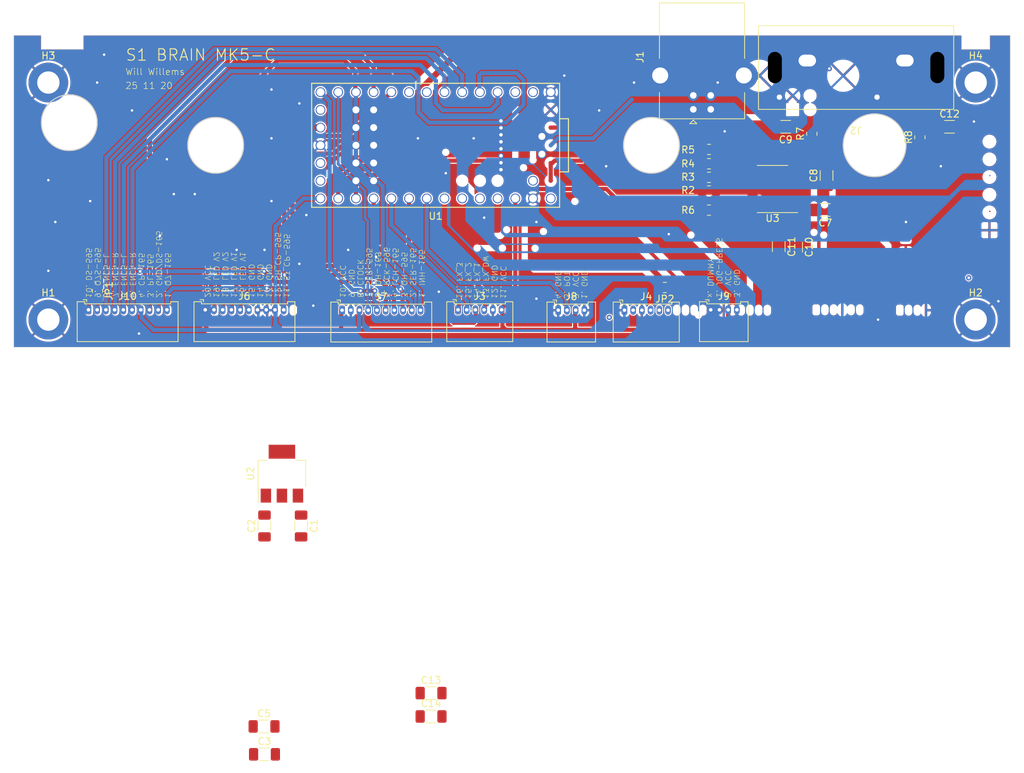
<source format=kicad_pcb>
(kicad_pcb (version 20221018) (generator pcbnew)
  (layers (0 "F.Cu" signal) (31 "B.Cu" signal) (34 "B.Paste" user) (35 "F.Paste" user) (36 "B.SilkS" user "B.Silkscreen") (37 "F.SilkS" user "F.Silkscreen") (38 "B.Mask" user) (39 "F.Mask" user) (44 "Edge.Cuts" user))
  (net 0 "")
  (net 1 "/JOG-PRESS-IR")
  (net 2 "GND")
  (net 3 "VDDA")
  (net 4 "/PCM5102/LDO")
  (net 5 "Net-(U3-CAPP)")
  (net 6 "+3.3V")
  (net 7 "Net-(U3-CAPM)")
  (net 8 "Net-(U3-VNEG)")
  (net 9 "/CLOCK")
  (net 10 "/PCM5102/AUDIO_OUT_R")
  (net 11 "/PCM5102/AUDIO_OUT_L")
  (net 12 "unconnected-(J1-VBUS-Pad1)")
  (net 13 "unconnected-(J1-D--Pad2)")
  (net 14 "unconnected-(J1-D+-Pad3)")
  (net 16 "Net-(J4-Pin_5)")
  (net 17 "/JOG-MOVE2")
  (net 18 "/JOG-MOVE1")
  (net 19 "/POT1")
  (net 20 "/POT2")
  (net 21 "/POT3")
  (net 22 "/POT4")
  (net 23 "/POT_VAL")
  (net 24 "/CE-595-165")
  (net 25 "/165-BRIDGE")
  (net 26 "/595-BRIDGE")
  (net 27 "/165-LATCH")
  (net 28 "/ENCL2")
  (net 29 "/ENCL1")
  (net 30 "/ENCR2")
  (net 31 "/ENCR1")
  (net 32 "/595-OUT-MAIN")
  (net 35 "/PCM5102/AUDIO_LRCLK")
  (net 36 "+5V")
  (net 37 "Net-(U3-LRCK)")
  (net 38 "/PCM5102/AUDIO_TX")
  (net 39 "Net-(U3-DIN)")
  (net 40 "/PCM5102/AUDIO_BCLK")
  (net 41 "Net-(U3-BCK)")
  (net 42 "/PCM5102/AUDIO_MCLK")
  (net 43 "Net-(U3-SCK)")
  (net 44 "Net-(U3-FMT)")
  (net 45 "Net-(U3-OUTR)")
  (net 46 "Net-(U3-OUTL)")
  (net 62 "/MOSI-EXT")
  (net 63 "/MOSI")
  (net 64 "/MISO-EXT")
  (net 65 "/MISO")
  (net 68 "/595-LATCH")
  (net 77 "unconnected-(U1-20_A6_TX5_LRCLK1-Pad27)")
  (net 79 "unconnected-(U1-22_A8_CTX1-Pad29)")
  (net 80 "unconnected-(U1-23_A9_CRX1_MCLK1-Pad30)")
  (footprint "Capacitor_SMD:C_1206_3216Metric_Pad1.33x1.80mm_HandSolder" (layer "F.Cu") (at 189.25 113 -90)
    (fp_text reference "C10")
    (fp_text value "100nF")
  )
  (footprint "Package_TO_SOT_SMD:SOT-223-3_TabPin2" (layer "F.Cu") (at 115.5 145.5 90)
    (fp_text reference "U2")
    (fp_text value "LD1117S33TR_SOT223")
  )
  (footprint "Resistor_SMD:R_0805_2012Metric_Pad1.20x1.40mm_HandSolder" (layer "F.Cu") (at 170.4181 118.8006 180)
    (fp_text reference "JP2")
    (fp_text value "Jumper_2_Bridged")
  )
  (footprint "Connector_Molex:Molex_PicoBlade_53048-0610_1x06_P1.25mm_Horizontal" (layer "F.Cu") (at 140.75 122)
    (fp_text reference "J3")
    (fp_text value "Conn_01x06")
  )
  (footprint "MountingHole:MountingHole_3.2mm_M3_ISO7380_Pad" (layer "F.Cu") (at 215.0011 89.4036)
    (fp_text reference "H4")
    (fp_text value "MountingHole_Pad")
  )
  (footprint "Connector_USB:USB_B_Lumberg_2411_02_Horizontal" (layer "F.Cu") (at 174.5 93.25 90)
    (fp_text reference "J1")
    (fp_text value "USB_B")
  )
  (footprint "Connector_Molex:Molex_PicoBlade_53048-1010_1x10_P1.25mm_Horizontal" (layer "F.Cu") (at 124.125 122.05)
    (fp_text reference "J7")
    (fp_text value "Conn_01x10")
  )
  (footprint "Capacitor_SMD:C_1206_3216Metric_Pad1.33x1.80mm_HandSolder" (layer "F.Cu") (at 136.89 176.97)
    (fp_text reference "C13")
    (fp_text value "100nF")
  )
  (footprint "Resistor_SMD:R_0805_2012Metric_Pad1.20x1.40mm_HandSolder" (layer "F.Cu") (at 176.75 107.7)
    (fp_text reference "R6")
    (fp_text value "0")
  )
  (footprint "Connector_Molex:Molex_PicoBlade_53048-0410_1x04_P1.25mm_Horizontal" (layer "F.Cu") (at 177 122)
    (fp_text reference "J9")
    (fp_text value "Conn_01x04")
  )
  (footprint "Connector_Molex:Molex_PicoBlade_53048-1010_1x10_P1.25mm_Horizontal" (layer "F.Cu") (at 87.75 122)
    (fp_text reference "J10")
    (fp_text value "Conn_01x10")
  )
  (footprint "MountingHole:MountingHole_3.2mm_M3_ISO7380_Pad" (layer "F.Cu") (at 215.0011 123.4036)
    (fp_text reference "H2")
    (fp_text value "MountingHole_Pad")
  )
  (footprint "Resistor_SMD:R_0805_2012Metric_Pad1.20x1.40mm_HandSolder" (layer "F.Cu") (at 176.75 99)
    (fp_text reference "R5")
    (fp_text value "22")
  )
  (footprint "Package_SO:TSSOP-20_4.4x6.5mm_P0.65mm" (layer "F.Cu") (at 185.8625 104.675 180)
    (fp_text reference "U3")
    (fp_text value "PCM5102")
  )
  (footprint "Connector_Molex:Molex_PicoBlade_53048-1010_1x10_P1.25mm_Horizontal" (layer "F.Cu") (at 104.5 122)
    (fp_text reference "J6")
    (fp_text value "Conn_01x10")
  )
  (footprint "Capacitor_SMD:C_1206_3216Metric_Pad1.33x1.80mm_HandSolder" (layer "F.Cu") (at 136.89 180.32)
    (fp_text reference "C14")
    (fp_text value "10uF")
  )
  (footprint "Resistor_SMD:R_0805_2012Metric_Pad1.20x1.40mm_HandSolder" (layer "F.Cu") (at 89.0491 119.2886 -90)
    (fp_text reference "JP1")
    (fp_text value "Jumper_2_Bridged")
  )
  (footprint "Teensy:Teensy40_SMT" (layer "F.Cu") (at 137.544568 98.402939 180)
    (fp_text reference "U1")
    (fp_text value "Teensy4.0")
  )
  (footprint "Capacitor_SMD:C_1206_3216Metric_Pad1.33x1.80mm_HandSolder" (layer "F.Cu") (at 193.425 107.675 180)
    (fp_text reference "C7")
    (fp_text value "2.2uF")
  )
  (footprint "MountingHole:MountingHole_3.2mm_M3_ISO7380_Pad" (layer "F.Cu") (at 82.0011 89.4036)
    (fp_text reference "H3")
    (fp_text value "MountingHole_Pad")
  )
  (footprint "Resistor_SMD:R_0805_2012Metric_Pad1.20x1.40mm_HandSolder" (layer "F.Cu") (at 176.75 101.05)
    (fp_text reference "R4")
    (fp_text value "22")
  )
  (footprint "Capacitor_SMD:C_1206_3216Metric_Pad1.33x1.80mm_HandSolder" (layer "F.Cu") (at 211.25 95.75)
    (fp_text reference "C12")
    (fp_text value "2.2nF")
  )
  (footprint "Resistor_SMD:R_0805_2012Metric_Pad1.20x1.40mm_HandSolder" (layer "F.Cu") (at 176.75 104.95)
    (fp_text reference "R2")
    (fp_text value "22")
  )
  (footprint "Capacitor_SMD:C_1206_3216Metric_Pad1.33x1.80mm_HandSolder" (layer "F.Cu") (at 187.75 95.75 180)
    (fp_text reference "C9")
    (fp_text value "2.2nF")
  )
  (footprint "Connector_Molex:Molex_PicoBlade_53048-0610_1x06_P1.25mm_Horizontal" (layer "F.Cu") (at 164.625 122.05)
    (fp_text reference "J4")
    (fp_text value "Conn_01x06")
  )
  (footprint "Capacitor_SMD:C_1206_3216Metric_Pad1.33x1.80mm_HandSolder" (layer "F.Cu") (at 112.9375 181.75)
    (fp_text reference "C5")
    (fp_text value "10uF")
  )
  (footprint "Resistor_SMD:R_0805_2012Metric_Pad1.20x1.40mm_HandSolder" (layer "F.Cu") (at 191.5 96.75 90)
    (fp_text reference "R7")
    (fp_text value "470")
  )
  (footprint "Audio:RCA_double" (layer "F.Cu") (at 197.85 86.25 180)
    (fp_text reference "J2")
    (fp_text value "Conn_Coaxial_x2_Isolated")
  )
  (footprint "Resistor_SMD:R_0805_2012Metric_Pad1.20x1.40mm_HandSolder" (layer "F.Cu") (at 176.75 103)
    (fp_text reference "R3")
    (fp_text value "22")
  )
  (footprint "Capacitor_SMD:C_1206_3216Metric_Pad1.33x1.80mm_HandSolder" (layer "F.Cu") (at 186.75 112.9375 -90)
    (fp_text reference "C11")
    (fp_text value "10uF")
  )
  (footprint "Capacitor_SMD:C_1206_3216Metric_Pad1.33x1.80mm_HandSolder" (layer "F.Cu") (at 113 185.75)
    (fp_text reference "C3")
    (fp_text value "100nF")
  )
  (footprint "Capacitor_SMD:C_1206_3216Metric_Pad1.33x1.80mm_HandSolder" (layer "F.Cu") (at 118.25 153 -90)
    (fp_text reference "C1")
    (fp_text value "100nF")
  )
  (footprint "Resistor_SMD:R_0805_2012Metric_Pad1.20x1.40mm_HandSolder" (layer "F.Cu") (at 207 97.25 90)
    (fp_text reference "R8")
    (fp_text value "470")
  )
  (footprint "Connector_Molex:Molex_PicoBlade_53048-0410_1x04_P1.25mm_Horizontal" (layer "F.Cu") (at 155.125 122.05)
    (fp_text reference "J8")
    (fp_text value "Conn_01x04")
  )
  (footprint "MountingHole:MountingHole_3.2mm_M3_ISO7380_Pad" (layer "F.Cu") (at 82.0011 123.4036)
    (fp_text reference "H1")
    (fp_text value "MountingHole_Pad")
  )
  (footprint "Capacitor_SMD:C_1206_3216Metric_Pad1.33x1.80mm_HandSolder" (layer "F.Cu") (at 113 153 90)
    (fp_text reference "C2")
    (fp_text value "10uF")
  )
  (footprint "Capacitor_SMD:C_1206_3216Metric_Pad1.33x1.80mm_HandSolder" (layer "F.Cu") (at 193.6125 102.7375 90)
    (fp_text reference "C8")
    (fp_text value "2.2uF")
  )
  (gr_line (start 77.0011 82.6036) (end 77.0011 127.4036) (stroke (width 0.05)) (layer "Edge.Cuts"))
  (gr_circle (center 168.5011 98.4036) (end 172.5011 98.4036) (stroke (width 0.1524)) (fill none) (layer "Edge.Cuts"))
  (gr_line (start 81.0011 84.6036) (end 87.0011 84.6036) (stroke (width 0.05)) (layer "Edge.Cuts"))
  (gr_circle (center 106.0011 98.4036) (end 110.0011 98.4036) (stroke (width 0.1524)) (fill none) (layer "Edge.Cuts"))
  (gr_line (start 77.0011 127.4036) (end 220.0011 127.4036) (stroke (width 0.05)) (layer "Edge.Cuts"))
  (gr_line (start 217.0011 82.6036) (end 220.0011 82.6036) (stroke (width 0.05)) (layer "Edge.Cuts"))
  (gr_circle (center 85.0011 95.1536) (end 89.0011 95.1536) (stroke (width 0.1524)) (fill none) (layer "Edge.Cuts"))
  (gr_line (start 213.0011 82.6036) (end 213.0011 84.6036) (stroke (width 0.05)) (layer "Edge.Cuts"))
  (gr_line (start 81.0011 82.6036) (end 81.0011 84.6036) (stroke (width 0.05)) (layer "Edge.Cuts"))
  (gr_line (start 213.0011 84.6036) (end 217.0011 84.6036) (stroke (width 0.05)) (layer "Edge.Cuts"))
  (gr_line (start 87.0011 84.6036) (end 87.0011 82.6036) (stroke (width 0.05)) (layer "Edge.Cuts"))
  (gr_line (start 220.0011 127.4036) (end 220.0011 82.6036) (stroke (width 0.05)) (layer "Edge.Cuts"))
  (gr_line (start 81.0011 82.6036) (end 77.0011 82.6036) (stroke (width 0.05)) (layer "Edge.Cuts"))
  (gr_line (start 87.0011 82.6036) (end 213.0011 82.6036) (stroke (width 0.05)) (layer "Edge.Cuts"))
  (gr_line (start 217.0011 84.6036) (end 217.0011 82.6036) (stroke (width 0.05)) (layer "Edge.Cuts"))
  (gr_circle (center 200.5011 98.4036) (end 205.0011 98.4036) (stroke (width 0.1524)) (fill none) (layer "Edge.Cuts"))
  (gr_text "Will Willems" (at 93.0011 88.4036) (layer "F.SilkS") (effects (font (size 0.93472 0.93472) (thickness 0.08128)) (justify left bottom)))
  (gr_text "1. INH-165\n2. SER-165\n3. QH-595\n4. LCH-165\n5. RCK-595\n6. QH-165 \n7. SER-595\n8. CLOCK\n9. GND\n10. VCC" (at 123.7631 120.2926 -90) (layer "F.SilkS") (effects (font (size 0.782 0.782) (thickness 0.068)) (justify left bottom mirror)))
  (gr_text "S1 BRAIN MK5-C" (at 93.0011 86.4036) (layer "F.SilkS") (effects (font (size 1.63576 1.63576) (thickness 0.14224)) (justify left bottom)))
  (gr_text "1. Q7-165\n2. GND/DS-165\n3. PL-165\n4. CP-165\n5. ENC4-R\n6. ENC5-L\n7. ENC4-R\n8. ENC5-L\n9. Q7S-595\n10. DS-595" (at 87.3361 120.3306 -90) (layer "F.SilkS") (effects (font (size 0.782 0.782) (thickness 0.068)) (justify left bottom mirror)))
  (gr_text "25 11 20" (at 93.0011 90.4036) (layer "F.SilkS") (effects (font (size 0.93472 0.93472) (thickness 0.08128)) (justify left bottom)))
  (gr_text "11. VCC\n12. GND\n13. FX_DW\n14. FX_1\n15. FX_2\n16. FX_3" (at 140.4891 120.4306 -90) (layer "F.SilkS") (effects (font (size 0.782 0.782) (thickness 0.068)) (justify left bottom mirror)))
  (gr_text "3. GND\n2. VCC\n1. JOG-PRESS\nx. DUMMY" (at 176.5 120.3036 -90) (layer "F.SilkS") (effects (font (size 0.782 0.782) (thickness 0.068)) (justify left bottom mirror)))
  (gr_text "1. GND\n2. VCC\n3. POT\n4. GND" (at 154.6371 120.4656 -90) (layer "F.SilkS") (effects (font (size 0.782 0.782) (thickness 0.068)) (justify left bottom mirror)))
  (gr_text "11. ST_CP-595\n12. SH_CP-595\n13. GND\n14. GND\n15. GND\n16. LED V1\n17. LED V1\n18. LED V2\n19. LED V2\n20. VCC" (at 104.3821 120.2926 -90) (layer "F.SilkS") (effects (font (size 0.782 0.782) (thickness 0.068)) (justify left bottom mirror)))
  (via (at 214.0011 117.4036) (size 0.7564) (drill 0.35) (layers "F.Cu" "B.Cu") (net 0))
  (segment (start 123.570981 101.075482) (end 123.9501 101.4546) (width 0.4) (layer "B.Cu") (net 0))
  (segment (start 127.806181 122.153669) (end 127.806181 109.247682) (width 0.4) (layer "B.Cu") (net 0))
  (segment (start 127.72809 122.23176) (end 127.8011 122.304769) (width 0.6) (layer "B.Cu") (net 0))
  (segment (start 127.4201 108.8616) (end 127.4201 104.9246) (width 0.4) (layer "B.Cu") (net 0))
  (segment (start 123.5711 90.7836) (end 123.5711 101.0756) (width 0.4064) (layer "B.Cu") (net 0))
  (segment (start 127.9027 122.222) (end 127.8061 122.1536) (width 0.1524) (layer "B.Cu") (net 0))
  (segment (start 127.9027 122.0696) (end 127.8061 122.1536) (width 0.1524) (layer "B.Cu") (net 0))
  (segment (start 127.4201 108.8616) (end 127.806181 109.247682) (width 0.4) (layer "B.Cu") (net 0))
  (segment (start 127.9027 122.222) (end 127.806181 122.153669) (width 0.1524) (layer "B.Cu") (net 0))
  (segment (start 123.9501 101.4546) (end 127.4201 104.9246) (width 0.4) (layer "B.Cu") (net 0))
  (segment (start 127.9027 122.0696) (end 127.8011 122.304769) (width 0.1524) (layer "B.Cu") (net 0))
  (segment (start 123.5711 101.0756) (end 123.9501 101.4546) (width 0.4064) (layer "B.Cu") (net 0))
  (segment (start 126.4041 100.6066) (end 146.7241 100.6066) (width 0.6) (layer "F.Cu") (net 1))
  (segment (start 162.029659 104.67266) (end 163.2976 105.9406) (width 0.6) (layer "F.Cu") (net 1))
  (segment (start 123.6355 105.9152) (end 123.5711 106.0236) (width 0.1524) (layer "F.Cu") (net 1))
  (segment (start 150.790159 104.67266) (end 162.029659 104.67266) (width 0.6) (layer "F.Cu") (net 1))
  (segment (start 123.570981 103.439719) (end 126.4041 100.6066) (width 0.6) (layer "F.Cu") (net 1))
  (segment (start 123.570981 105.9152) (end 123.570981 103.439719) (width 0.6) (layer "F.Cu") (net 1))
  (segment (start 123.570981 106.02366) (end 123.570981 105.9152) (width 0.6) (layer "F.Cu") (net 1))
  (segment (start 123.6355 105.9152) (end 123.570981 105.9152) (width 0.1524) (layer "F.Cu") (net 1))
  (segment (start 146.7241 100.6066) (end 150.790159 104.67266) (width 0.6) (layer "F.Cu") (net 1))
  (segment (start 128.152181 118.102682) (end 128.660181 118.102682) (width 0.6) (layer "F.Cu") (net 2))
  (segment (start 89.3201 116.4816) (end 95.1621 116.4816) (width 0.6) (layer "F.Cu") (net 2))
  (segment (start 132.806168 122.153669) (end 132.806168 122.0696) (width 0.6) (layer "F.Cu") (net 2))
  (segment (start 128.0455 117.996) (end 128.152181 118.102682) (width 0.6) (layer "F.Cu") (net 2))
  (segment (start 128.660181 118.102682) (end 128.6901 118.1326) (width 0.6) (layer "F.Cu") (net 2))
  (segment (start 89.0011 118.7326) (end 89.0011 118.0706) (width 0.6096) (layer "F.Cu") (net 2))
  (segment (start 132.7795 122.0696) (end 132.8061 122.1536) (width 0.1524) (layer "F.Cu") (net 2))
  (segment (start 89.0011 118.0706) (end 89.0661 118.0056) (width 0.6096) (layer "F.Cu") (net 2))
  (segment (start 87.815909 117.985791) (end 87.815909 122.153547) (width 0.6096) (layer "F.Cu") (net 2))
  (segment (start 132.5001 119.063919) (end 132.806168 119.369991) (width 0.6) (layer "F.Cu") (net 2))
  (segment (start 87.8161 122.1536) (end 87.816031 122.153669) (width 0.1524) (layer "F.Cu") (net 2))
  (segment (start 132.5001 119.063919) (end 132.5001 119.0216) (width 0.6) (layer "F.Cu") (net 2))
  (segment (start 89.3201 116.4816) (end 87.815909 117.985791) (width 0.6) (layer "F.Cu") (net 2))
  (segment (start 132.806168 122.0696) (end 132.806168 119.369991) (width 0.6) (layer "F.Cu") (net 2))
  (segment (start 87.815909 122.153547) (end 87.816031 122.153669) (width 0.6096) (layer "F.Cu") (net 2))
  (segment (start 89.0491 118.7806) (end 89.0011 118.7326) (width 0.6096) (layer "F.Cu") (net 2))
  (segment (start 114.4565 117.996) (end 128.0455 117.996) (width 0.6) (layer "F.Cu") (net 2))
  (segment (start 87.816031 122.153669) (end 87.815909 122.153669) (width 0.1524) (layer "F.Cu") (net 2))
  (segment (start 112.9421 116.4816) (end 114.4565 117.996) (width 0.6) (layer "F.Cu") (net 2))
  (segment (start 132.7795 122.0696) (end 132.806168 122.0696) (width 0.1524) (layer "F.Cu") (net 2))
  (via (at 114.0011 97.4036) (size 0.7564) (drill 0.35) (layers "F.Cu" "B.Cu") (net 2))
  (via (at 113.0011 113.4036) (size 0.7564) (drill 0.35) (layers "F.Cu" "B.Cu") (net 2))
  (via (at 88.0011 106.4036) (size 0.7564) (drill 0.35) (layers "F.Cu" "B.Cu") (net 2))
  (via (at 82.0011 103.4036) (size 0.7564) (drill 0.35) (layers "F.Cu" "B.Cu") (net 2))
  (via (at 162.0011 101.4036) (size 0.7564) (drill 0.35) (layers "F.Cu" "B.Cu") (net 2))
  (via (at 120.0011 121.4036) (size 0.7564) (drill 0.35) (layers "F.Cu" "B.Cu") (net 2))
  (via (at 114.0011 90.4036) (size 0.7564) (drill 0.35) (layers "F.Cu" "B.Cu") (net 2))
  (via (at 118.0011 92.4036) (size 0.7564) (drill 0.35) (layers "F.Cu" "B.Cu") (net 2))
  (via (at 170.9811 111.1476) (size 0.7564) (drill 0.35) (layers "F.Cu" "B.Cu") (net 2))
  (via (at 143.0011 97.4036) (size 0.7564) (drill 0.35) (layers "F.Cu" "B.Cu") (net 2))
  (via (at 214.75 95) (size 0.7564) (drill 0.35) (layers "F.Cu" "B.Cu") (net 2))
  (via (at 129.0011 114.4036) (size 0.7564) (drill 0.35) (layers "F.Cu" "B.Cu") (net 2))
  (via (at 132.5001 119.0216) (size 0.7564) (drill 0.35) (layers "F.Cu" "B.Cu") (net 2))
  (via (at 114.0011 106.4036) (size 0.7564) (drill 0.35) (layers "F.Cu" "B.Cu") (net 2))
  (via (at 152.0011 120.4036) (size 0.7564) (drill 0.35) (layers "F.Cu" "B.Cu") (net 2))
  (via (at 118.0011 115.4036) (size 0.7564) (drill 0.35) (layers "F.Cu" "B.Cu") (net 2))
  (via (at 135.0011 97.4036) (size 0.7564) (drill 0.35) (layers "F.Cu" "B.Cu") (net 2))
  (via (at 166.0011 89.4036) (size 0.7564) (drill 0.35) (layers "F.Cu" "B.Cu") (net 2))
  (via (at 156.0011 88.4036) (size 0.7564) (drill 0.35) (layers "F.Cu" "B.Cu") (net 2))
  (via (at 161.0011 93.4036) (size 0.7564) (drill 0.35) (layers "F.Cu" "B.Cu") (net 2))
  (via (at 179.0011 96.4036) (size 0.7564) (drill 0.35) (layers "F.Cu" "B.Cu") (net 2))
  (via (at 98.0011 111.4036) (size 0.7564) (drill 0.35) (layers "F.Cu" "B.Cu") (net 2))
  (via (at 90.0011 85.4036) (size 0.7564) (drill 0.35) (layers "F.Cu" "B.Cu") (net 2))
  (via (at 112.9421 116.4816) (size 0.7564) (drill 0.35) (layers "F.Cu" "B.Cu") (net 2))
  (via (at 194.0011 87.4036) (size 0.7564) (drill 0.35) (layers "F.Cu" "B.Cu") (net 2))
  (via (at 100.0011 105.4036) (size 0.7564) (drill 0.35) (layers "F.Cu" "B.Cu") (net 2))
  (via (at 138.0011 119.4036) (size 0.7564) (drill 0.35) (layers "F.Cu" "B.Cu") (net 2))
  (via (at 201.0011 123.4036) (size 0.7564) (drill 0.35) (layers "F.Cu" "B.Cu") (net 2))
  (via (at 144.5091 108.7846) (size 0.7564) (drill 0.35) (layers "F.Cu" "B.Cu") (net 2))
  (via (at 109.0011 113.4036) (size 0.7564) (drill 0.35) (layers "F.Cu" "B.Cu") (net 2))
  (via (at 210.0011 101.4036) (size 0.7564) (drill 0.35) (layers "F.Cu" "B.Cu") (net 2))
  (via (at 119.0011 108.4036) (size 0.7564) (drill 0.35) (layers "F.Cu" "B.Cu") (net 2))
  (via (at 205.0011 109.4036) (size 0.7564) (drill 0.35) (layers "F.Cu" "B.Cu") (net 2))
  (via (at 95.0011 125.4036) (size 0.7564) (drill 0.35) (layers "F.Cu" "B.Cu") (net 2))
  (via (at 152.0011 109.4036) (size 0.7564) (drill 0.35) (layers "F.Cu" "B.Cu") (net 2))
  (via (at 83.0011 109.4036) (size 0.7564) (drill 0.35) (layers "F.Cu" "B.Cu") (net 2))
  (via (at 95.1621 116.4816) (size 0.7564) (drill 0.35) (layers "F.Cu" "B.Cu") (net 2))
  (via (at 128.6901 118.1326) (size 0.7564) (drill 0.35) (layers "F.Cu" "B.Cu") (net 2))
  (via (at 99.0011 100.4036) (size 0.7564) (drill 0.35) (layers "F.Cu" "B.Cu") (net 2))
  (via (at 125.0011 113.4036) (size 0.7564) (drill 0.35) (layers "F.Cu" "B.Cu") (net 2))
  (via (at 82.0011 116.4036) (size 0.7564) (drill 0.35) (layers "F.Cu" "B.Cu") (net 2))
  (via (at 94.0011 93.4036) (size 0.7564) (drill 0.35) (layers "F.Cu" "B.Cu") (net 2))
  (via (at 89.0011 89.4036) (size 0.7564) (drill 0.35) (layers "F.Cu" "B.Cu") (net 2))
  (via (at 178.0011 89.4036) (size 0.7564) (drill 0.35) (layers "F.Cu" "B.Cu") (net 2))
  (via (at 103.0011 105.4036) (size 0.7564) (drill 0.35) (layers "F.Cu" "B.Cu") (net 2))
  (via (at 139.0011 102.4036) (size 0.7564) (drill 0.35) (layers "F.Cu" "B.Cu") (net 2))
  (via (at 218.2551 120.7686) (size 0.7564) (drill 0.35) (layers "F.Cu" "B.Cu") (net 2))
  (segment (start 131.6111 118.1326) (end 132.5001 119.0216) (width 0.6) (layer "B.Cu") (net 2))
  (segment (start 128.6901 118.1326) (end 131.6111 118.1326) (width 0.6) (layer "B.Cu") (net 2))
  (segment (start 95.1621 116.4816) (end 112.9421 116.4816) (width 0.6) (layer "B.Cu") (net 2))
  (segment (start 217.0567 102.7148) (end 217.0011 102.7836) (width 0.1524) (layer "B.Cu") (net 2))
  (segment (start 108.3261 122.1536) (end 108.3261 121.05771) (width 0.6096) (layer "F.Cu") (net 6))
  (segment (start 147.1051 122.0696) (end 147.1261 122.1536) (width 0.1524) (layer "F.Cu") (net 6))
  (segment (start 148.970981 119.80481) (end 148.970981 106.0676) (width 0.6) (layer "F.Cu") (net 6))
  (segment (start 124.056118 122.153669) (end 124.134209 122.23176) (width 0.6) (layer "F.Cu") (net 6))
  (segment (start 147.6131 124.8636) (end 157.7731 124.8636) (width 0.6) (layer "F.Cu") (net 6))
  (segment (start 126.110981 105.9152) (end 126.110981 103.312719) (width 0.6) (layer "F.Cu") (net 6))
  (segment (start 105.8261 121.02876) (end 106.451259 120.4036) (width 0.6096) (layer "F.Cu") (net 6))
  (segment (start 106.450109 116.378732) (end 106.450109 108.749591) (width 1) (layer "F.Cu") (net 6))
  (segment (start 104.5761 124.512132) (end 104.5761 122.4036) (width 0.6) (layer "F.Cu") (net 6))
  (segment (start 144.626309 122.0696) (end 144.626309 119.46381) (width 0.6) (layer "F.Cu") (net 6))
  (segment (start 123.9911 124.8636) (end 123.9911 122.222) (width 0.6) (layer "F.Cu") (net 6))
  (segment (start 147.126181 122.0696) (end 147.126181 121.64961) (width 0.6) (layer "F.Cu") (net 6))
  (segment (start 123.9911 122.222) (end 123.9911 122.2187) (width 0.6) (layer "F.Cu") (net 6))
  (segment (start 104.5761 116.84806) (end 104.927568 116.496591) (width 0.6) (layer "F.Cu") (net 6))
  (segment (start 137.586981 112.424482) (end 144.626309 119.46381) (width 0.6) (layer "F.Cu") (net 6))
  (segment (start 107.0761 122.1536) (end 107.0761 121.028441) (width 0.6096) (layer "F.Cu") (net 6))
  (segment (start 104.927568 124.8636) (end 123.9911 124.8636) (width 0.6) (layer "F.Cu") (net 6))
  (segment (start 135.5481 102.6386) (end 137.586981 104.677482) (width 0.6) (layer "F.Cu") (net 6))
  (segment (start 107.0761 121.028441) (end 106.451259 120.4036) (width 0.6096) (layer "F.Cu") (net 6))
  (segment (start 179.5 123.8636) (end 179.5 122) (width 0.6) (layer "F.Cu") (net 6))
  (segment (start 157.7731 124.8636) (end 170.0011 124.8636) (width 0.6) (layer "F.Cu") (net 6))
  (segment (start 157.6207 122.0696) (end 157.5561 122.1536) (width 0.1524) (layer "F.Cu") (net 6))
  (segment (start 124.0927 122.222) (end 124.0561 122.1536) (width 0.1524) (layer "F.Cu") (net 6))
  (segment (start 126.110981 106.02366) (end 126.110981 105.9152) (width 0.6) (layer "F.Cu") (net 6))
  (segment (start 157.556181 124.646682) (end 157.7731 124.8636) (width 0.6) (layer "F.Cu") (net 6))
  (segment (start 123.9911 122.2187) (end 124.056118 122.153669) (width 0.6) (layer "F.Cu") (net 6))
  (segment (start 149.0863 106.0676) (end 148.970981 106.0676) (width 0.1524) (layer "F.Cu") (net 6))
  (segment (start 137.586981 112.424482) (end 137.586981 104.677482) (width 0.6) (layer "F.Cu") (net 6))
  (segment (start 126.110981 103.312719) (end 126.7851 102.6386) (width 0.6) (layer "F.Cu") (net 6))
  (segment (start 144.6667 122.0696) (end 144.626309 122.0696) (width 0.1524) (layer "F.Cu") (net 6))
  (segment (start 217.0567 107.8964) (end 217.001068 107.863632) (width 0.1524) (layer "F.Cu") (net 6))
  (segment (start 123.9911 124.8636) (end 147.6131 124.8636) (width 0.6) (layer "F.Cu") (net 6))
  (segment (start 106.567968 116.378732) (end 106.451259 116.495441) (width 0.6096) (layer "F.Cu") (net 6))
  (segment (start 126.2263 105.9152) (end 126.110981 105.9152) (width 0.1524) (layer "F.Cu") (net 6))
  (segment (start 108.3261 121.05771) (end 108.980209 120.4036) (width 0.6096) (layer "F.Cu") (net 6))
  (segment (start 119.33604 95.86366) (end 121.030981 95.86366) (width 1) (layer "F.Cu") (net 6))
  (segment (start 106.450109 116.496591) (end 106.567968 116.378732) (width 0.6) (layer "F.Cu") (net 6))
  (segment (start 124.0927 122.222) (end 123.9911 122.222) (width 0.1524) (layer "F.Cu") (net 6))
  (segment (start 148.970981 106.0676) (end 148.970981 106.02366) (width 0.6) (layer "F.Cu") (net 6))
  (segment (start 105.8261 122.1536) (end 105.8261 121.02876) (width 0.6096) (layer "F.Cu") (net 6))
  (segment (start 104.5761 122.1536) (end 104.5761 122.4036) (width 0.1524) (layer "F.Cu") (net 6))
  (segment (start 109.5761 122.1536) (end 109.5761 120.999491) (width 0.6096) (layer "F.Cu") (net 6))
  (segment (start 109.0051 116.2784) (end 108.980209 116.378732) (width 0.1524) (layer "F.Cu") (net 6))
  (segment (start 121.0311 95.8636) (end 121.030981 95.86366) (width 0.1524) (layer "F.Cu") (net 6))
  (segment (start 109.5761 120.999491) (end 108.980209 120.4036) (width 0.6096) (layer "F.Cu") (net 6))
  (segment (start 106.567968 116.378732) (end 108.980209 116.378732) (width 0.6) (layer "F.Cu") (net 6))
  (segment (start 217.0567 107.8964) (end 217.0011 107.8636) (width 0.1524) (layer "F.Cu") (net 6))
  (segment (start 104.5761 124.512132) (end 104.927568 124.8636) (width 0.6) (layer "F.Cu") (net 6))
  (segment (start 147.126181 124.376682) (end 147.126181 122.0696) (width 0.6) (layer "F.Cu") (net 6))
  (segment (start 147.126181 124.376682) (end 147.6131 124.8636) (width 0.6) (layer "F.Cu") (net 6))
  (segment (start 157.556181 124.646682) (end 157.556181 122.153669) (width 0.6) (layer "F.Cu") (net 6))
  (segment (start 147.126181 121.64961) (end 148.970981 119.80481) (width 0.6) (layer "F.Cu") (net 6))
  (segment (start 106.5667 116.2784) (end 106.450109 116.496591) (width 0.1524) (layer "F.Cu") (net 6))
  (segment (start 108.980209 119.22251) (end 108.980209 120.4036) (width 0.6) (layer "F.Cu") (net 6))
  (segment (start 126.2263 105.9152) (end 126.1111 106.0236) (width 0.1524) (layer "F.Cu") (net 6))
  (segment (start 170.0011 124.8636) (end 178.5 124.8636) (width 0.6) (layer "F.Cu") (net 6))
  (segment (start 104.927568 116.496591) (end 106.450109 116.496591) (width 0.6) (layer "F.Cu") (net 6))
  (segment (start 104.5761 122.4036) (end 104.5761 116.84806) (width 0.6) (layer "F.Cu") (net 6))
  (segment (start 144.6667 122.0696) (end 144.6261 122.1536) (width 0.1524) (layer "F.Cu") (net 6))
  (segment (start 108.980209 116.378732) (end 108.980209 119.22251) (width 0.6096) (layer "F.Cu") (net 6))
  (segment (start 121.0447 95.8568) (end 121.0311 95.8636) (width 0.1524) (layer "F.Cu") (net 6))
  (segment (start 106.451259 116.495441) (end 106.451259 119.409591) (width 0.6096) (layer "F.Cu") (net 6))
  (segment (start 126.7851 102.6386) (end 135.5481 102.6386) (width 0.6) (layer "F.Cu") (net 6))
  (segment (start 178.5 124.8636) (end 179.5 123.8636) (width 0.6) (layer "F.Cu") (net 6))
  (segment (start 106.451259 119.409591) (end 106.451259 120.4036) (width 0.6) (layer "F.Cu") (net 6))
  (segment (start 106.450109 116.496591) (end 106.450109 116.378732) (width 0.6) (layer "F.Cu") (net 6))
  (segment (start 106.450109 108.749591) (end 119.33604 95.86366) (width 1) (layer "F.Cu") (net 6))
  (segment (start 149.0863 106.0676) (end 148.9711 106.0236) (width 0.1524) (layer "F.Cu") (net 6))
  (segment (start 147.1051 122.0696) (end 147.126181 122.0696) (width 0.1524) (layer "F.Cu") (net 6))
  (segment (start 144.626309 122.153669) (end 144.626309 122.0696) (width 0.6) (layer "F.Cu") (net 6))
  (segment (start 157.6207 122.0696) (end 157.556181 122.153669) (width 0.1524) (layer "F.Cu") (net 6))
  (via (at 162.4521 123.0836) (size 0.7564) (drill 0.35) (layers "F.Cu" "B.Cu") (net 6))
  (segment (start 114.576081 110.021619) (end 118.57404 106.02366) (width 0.6) (layer "B.Cu") (net 9))
  (segment (start 97.0831 124.8796) (end 95.316018 123.112519) (width 0.6096) (layer "B.Cu") (net 9))
  (segment (start 121.0311 106.0236) (end 121.03104 106.02366) (width 0.6096) (layer "B.Cu") (net 9))
  (segment (start 126.5561 122.1536) (end 126.55625 122.15375) (width 0.6096) (layer "B.Cu") (net 9))
  (segment (start 115.4771 124.8796) (end 114.0011 124.8796) (width 0.6096) (layer "B.Cu") (net 9))
  (segment (start 114.5761 123.9786) (end 114.5761 124.3046) (width 0.6096) (layer "B.Cu") (net 9))
  (segment (start 95.2891 122.0696) (end 95.316018 122.153669) (width 0.1524) (layer "B.Cu") (net 9))
  (segment (start 114.5761 124.3046) (end 114.0011 124.8796) (width 0.6096) (layer "B.Cu") (net 9))
  (segment (start 114.5761 110.021638) (end 114.576081 110.021619) (width 0.6096) (layer "B.Cu") (net 9))
  (segment (start 114.5761 123.9786) (end 115.4771 124.8796) (width 0.6096) (layer "B.Cu") (net 9))
  (segment (start 114.5761 122.1536) (end 114.5761 110.021638) (width 0.6096) (layer "B.Cu") (net 9))
  (segment (start 114.0011 124.8796) (end 97.0831 124.8796) (width 0.6096) (layer "B.Cu") (net 9))
  (segment (start 95.2891 122.0696) (end 95.3161 122.1536) (width 0.1524) (layer "B.Cu") (net 9))
  (segment (start 114.5761 122.1536) (end 114.5761 123.9786) (width 0.6096) (layer "B.Cu") (net 9))
  (segment (start 121.03104 106.02366) (end 118.57404 106.02366) (width 0.6096) (layer "B.Cu") (net 9))
  (segment (start 126.55625 124.8796) (end 115.4771 124.8796) (width 0.6096) (layer "B.Cu") (net 9))
  (segment (start 126.55625 122.15375) (end 126.55625 124.8796) (width 0.6096) (layer "B.Cu") (net 9))
  (segment (start 95.316018 123.112519) (end 95.316018 122.153669) (width 0.6) (layer "B.Cu") (net 9))
  (via (at 205.0011 86.4036) (size 0.7564) (drill 0.35) (layers "F.Cu" "B.Cu") (net 11))
  (segment (start 154.050981 101.0384) (end 154.050981 100.94366) (width 0.6) (layer "F.Cu") (net 12))
  (segment (start 154.1155 101.0384) (end 154.0511 100.9436) (width 0.1524) (layer "F.Cu") (net 12))
  (segment (start 158.5351 100.6066) (end 166.1551 92.9866) (width 0.6) (layer "F.Cu") (net 12))
  (segment (start 154.1155 103.4768) (end 154.050981 103.4768) (width 0.1524) (layer "F.Cu") (net 12))
  (segment (start 154.050981 100.94366) (end 154.287268 100.94366) (width 0.6) (layer "F.Cu") (net 12))
  (segment (start 154.050981 103.48366) (end 154.050981 103.4768) (width 0.6) (layer "F.Cu") (net 12))
  (segment (start 154.624331 100.6066) (end 158.5351 100.6066) (width 0.6) (layer "F.Cu") (net 12))
  (segment (start 154.050981 103.4768) (end 154.050981 101.0384) (width 0.6) (layer "F.Cu") (net 12))
  (segment (start 154.1155 101.0384) (end 154.050981 101.0384) (width 0.1524) (layer "F.Cu") (net 12))
  (segment (start 154.1155 103.4768) (end 154.0511 103.4836) (width 0.1524) (layer "F.Cu") (net 12))
  (segment (start 154.287268 100.94366) (end 154.624331 100.6066) (width 0.6) (layer "F.Cu") (net 12))
  (segment (start 160.11904 97.40366) (end 155.05104 97.40366) (width 0.6096) (layer "B.Cu") (net 13))
  (segment (start 154.0511 98.4036) (end 155.05104 97.40366) (width 0.6096) (layer "B.Cu") (net 13))
  (segment (start 165.673031 91.849669) (end 160.11904 97.40366) (width 0.6) (layer "B.Cu") (net 13))
  (segment (start 154.051159 95.86366) (end 154.0511 95.8636) (width 0.6096) (layer "F.Cu") (net 14))
  (segment (start 160.21399 95.86366) (end 164.224881 91.852769) (width 0.6) (layer "F.Cu") (net 14))
  (segment (start 164.224881 91.852769) (end 165.67405 90.4036) (width 0.6096) (layer "F.Cu") (net 14))
  (segment (start 160.21399 95.86366) (end 154.051159 95.86366) (width 0.6096) (layer "F.Cu") (net 14))
  (segment (start 133.730981 90.78366) (end 133.842871 90.671769) (width 0.6) (layer "F.Cu") (net 17))
  (segment (start 133.8463 90.6752) (end 133.842871 90.671769) (width 0.1524) (layer "F.Cu") (net 17))
  (segment (start 133.8463 90.6752) (end 133.7311 90.7836) (width 0.1524) (layer "F.Cu") (net 17))
  (segment (start 136.2847 90.6752) (end 136.2711 90.7836) (width 0.1524) (layer "F.Cu") (net 18))
  (segment (start 136.2847 90.6752) (end 136.332071 90.722569) (width 0.1524) (layer "F.Cu") (net 18))
  (segment (start 136.270981 90.78366) (end 136.332071 90.722569) (width 0.6) (layer "F.Cu") (net 18))
  (segment (start 143.29804 123.59066) (end 143.29804 122.23176) (width 0.6) (layer "F.Cu") (net 20))
  (segment (start 143.037768 123.850932) (end 143.29804 123.59066) (width 0.6) (layer "F.Cu") (net 20))
  (segment (start 128.650981 112.378482) (end 140.123431 123.850932) (width 0.6) (layer "F.Cu") (net 20))
  (segment (start 143.4475 122.0696) (end 143.3761 122.1536) (width 0.1524) (layer "F.Cu") (net 20))
  (segment (start 128.6647 106.0676) (end 128.6511 106.0236) (width 0.1524) (layer "F.Cu") (net 20))
  (segment (start 128.650981 106.02366) (end 128.6901 106.062769) (width 0.6) (layer "F.Cu") (net 20))
  (segment (start 143.4475 122.0696) (end 143.29804 122.23176) (width 0.1524) (layer "F.Cu") (net 20))
  (segment (start 140.123431 123.850932) (end 143.037768 123.850932) (width 0.6) (layer "F.Cu") (net 20))
  (segment (start 128.6647 106.0676) (end 128.650981 106.101891) (width 0.1524) (layer "F.Cu") (net 20))
  (segment (start 128.650981 106.101891) (end 128.6901 106.062769) (width 0.6) (layer "F.Cu") (net 20))
  (segment (start 128.650981 112.378482) (end 128.650981 106.101891) (width 0.6) (layer "F.Cu") (net 20))
  (segment (start 143.29804 122.23176) (end 143.376131 122.153669) (width 0.6) (layer "F.Cu") (net 20))
  (segment (start 131.190981 106.023719) (end 131.1911 106.0236) (width 0.6096) (layer "B.Cu") (net 21))
  (segment (start 131.190981 109.838482) (end 131.190981 106.023719) (width 0.6096) (layer "B.Cu") (net 21))
  (segment (start 142.0481 122.075582) (end 142.0481 122.0696) (width 0.6) (layer "B.Cu") (net 21))
  (segment (start 142.0481 122.0696) (end 142.0481 120.6956) (width 0.6) (layer "B.Cu") (net 21))
  (segment (start 142.2283 122.0696) (end 142.1261 122.1536) (width 0.1524) (layer "B.Cu") (net 21))
  (segment (start 142.2283 122.0696) (end 142.0481 122.0696) (width 0.1524) (layer "B.Cu") (net 21))
  (segment (start 142.0481 120.6956) (end 131.190981 109.838482) (width 0.6) (layer "B.Cu") (net 21))
  (segment (start 142.0481 122.075582) (end 142.12619 122.153669) (width 0.6) (layer "B.Cu") (net 21))
  (segment (start 133.730981 112.886482) (end 133.730981 106.0676) (width 0.6) (layer "F.Cu") (net 22))
  (segment (start 133.8463 106.0676) (end 133.730981 106.0676) (width 0.1524) (layer "F.Cu") (net 22))
  (segment (start 133.730981 112.886482) (end 140.876259 120.03176) (width 0.6) (layer "F.Cu") (net 22))
  (segment (start 140.876259 122.0696) (end 140.876259 120.03176) (width 0.6) (layer "F.Cu") (net 22))
  (segment (start 140.8567 122.0696) (end 140.8761 122.1536) (width 0.1524) (layer "F.Cu") (net 22))
  (segment (start 140.876259 122.153669) (end 140.876259 122.0696) (width 0.6) (layer "F.Cu") (net 22))
  (segment (start 133.730981 106.0676) (end 133.730981 106.02366) (width 0.6) (layer "F.Cu") (net 22))
  (segment (start 133.8463 106.0676) (end 133.7311 106.0236) (width 0.1524) (layer "F.Cu") (net 22))
  (segment (start 140.8567 122.0696) (end 140.876259 122.0696) (width 0.1524) (layer "F.Cu") (net 22))
  (segment (start 156.306 122.0696) (end 156.306 120.3485) (width 0.6) (layer "B.Cu") (net 23))
  (segment (start 154.0901 118.1326) (end 156.306 120.3485) (width 0.6) (layer "B.Cu") (net 23))
  (segment (start 136.270981 106.023719) (end 136.2711 106.0236) (width 0.6096) (layer "B.Cu") (net 23))
  (segment (start 136.270981 113.267482) (end 136.270981 106.023719) (width 0.6096) (layer "B.Cu") (net 23))
  (segment (start 141.1361 118.1326) (end 136.270981 113.267482) (width 0.6) (layer "B.Cu") (net 23))
  (segment (start 156.306 122.153669) (end 156.306 122.0696) (width 0.6) (layer "B.Cu") (net 23))
  (segment (start 141.1361 118.1326) (end 154.0901 118.1326) (width 0.6) (layer "B.Cu") (net 23))
  (segment (start 156.4015 122.0696) (end 156.3061 122.1536) (width 0.1524) (layer "B.Cu") (net 23))
  (segment (start 156.4015 122.0696) (end 156.306 122.0696) (width 0.1524) (layer "B.Cu") (net 23))
  (segment (start 97.8799 122.0696) (end 97.8161 122.1536) (width 0.1524) (layer "F.Cu") (net 24))
  (segment (start 131.1031 90.8276) (end 131.125071 90.849569) (width 0.1524) (layer "F.Cu") (net 24))
  (segment (start 115.826268 101.786432) (end 120.56004 97.05266) (width 0.6) (layer "F.Cu") (net 24))
  (segment (start 124.921981 97.05266) (end 131.125071 90.849569) (width 0.6) (layer "F.Cu") (net 24))
  (segment (start 131.125071 90.849569) (end 131.190981 90.78366) (width 0.6) (layer "F.Cu") (net 24))
  (segment (start 97.81589 122.153669) (end 97.81589 122.0696) (width 0.6) (layer "F.Cu") (net 24))
  (segment (start 126.0231 90.6752) (end 126.0231 87.7796) (width 0.6) (layer "F.Cu") (net 24))
  (segment (start 130.4935 120.8504) (end 130.38439 120.8504) (width 0.1524) (layer "F.Cu") (net 24))
  (segment (start 115.8631 116.9896) (end 128.8171 116.9896) (width 0.6) (layer "F.Cu") (net 24))
  (segment (start 130.3411 122.0696) (end 130.365734 122.094238) (width 0.1524) (layer "F.Cu") (net 24))
  (segment (start 111.7991 100.3526) (end 111.7991 89.3036) (width 0.6) (layer "F.Cu") (net 24))
  (segment (start 130.38439 120.8504) (end 130.38439 120.663219) (width 0.6) (layer "F.Cu") (net 24))
  (segment (start 120.56004 97.05266) (end 124.921981 97.05266) (width 0.6) (layer "F.Cu") (net 24))
  (segment (start 130.38439 122.075582) (end 130.38439 120.8504) (width 0.6) (layer "F.Cu") (net 24))
  (segment (start 130.4935 120.8504) (end 130.4113 120.63631) (width 0.1524) (layer "F.Cu") (net 24))
  (segment (start 97.81589 122.0696) (end 97.81589 114.33581) (width 0.6) (layer "F.Cu") (net 24))
  (segment (start 130.4097 119.6617) (end 130.4113 119.6633) (width 0.6) (layer "F.Cu") (net 24))
  (segment (start 124.4991 86.2556) (end 126.0231 87.7796) (width 0.6) (layer "F.Cu") (net 24))
  (segment (start 130.38439 120.663219) (end 130.410831 120.636782) (width 0.6) (layer "F.Cu") (net 24))
  (segment (start 115.826268 116.9896) (end 115.826268 101.786432) (width 0.6) (layer "F.Cu") (net 24))
  (segment (start 111.7991 89.3036) (end 114.8471 86.2556) (width 0.6) (layer "F.Cu") (net 24))
  (segment (start 130.3411 122.0696) (end 130.3061 122.1536) (width 0.1524) (layer "F.Cu") (net 24))
  (segment (start 131.1031 90.8276) (end 131.1911 90.7836) (width 0.1524) (layer "F.Cu") (net 24))
  (segment (start 115.826268 116.9896) (end 115.8631 116.9896) (width 0.6) (layer "F.Cu") (net 24))
  (segment (start 130.3063 122.153669) (end 130.365734 122.094238) (width 0.6) (layer "F.Cu") (net 24))
  (segment (start 126.0739 90.6752) (end 126.0231 90.6752) (width 0.1524) (layer "F.Cu") (net 24))
  (segment (start 128.8171 116.9896) (end 130.4097 118.5822) (width 0.6) (layer "F.Cu") (net 24))
  (segment (start 130.4113 120.63631) (end 130.4113 119.6633) (width 0.6) (layer "F.Cu") (net 24))
  (segment (start 126.0231 90.695769) (end 126.110981 90.78366) (width 0.6) (layer "F.Cu") (net 24))
  (segment (start 114.8471 86.2556) (end 124.4991 86.2556) (width 0.6) (layer "F.Cu") (net 24))
  (segment (start 130.4097 119.6617) (end 130.4097 118.5822) (width 0.6) (layer "F.Cu") (net 24))
  (segment (start 97.81589 114.33581) (end 111.7991 100.3526) (width 0.6) (layer "F.Cu") (net 24))
  (segment (start 97.8799 122.0696) (end 97.81589 122.0696) (width 0.1524) (layer "F.Cu") (net 24))
  (segment (start 126.0739 90.6752) (end 126.1111 90.7836) (width 0.1524) (layer "F.Cu") (net 24))
  (segment (start 126.0231 90.695769) (end 126.0231 90.6752) (width 0.6) (layer "F.Cu") (net 24))
  (segment (start 130.365734 122.094238) (end 130.38439 122.075582) (width 0.6) (layer "F.Cu") (net 24))
  (via (at 115.8631 116.9896) (size 0.7564) (drill 0.35) (layers "F.Cu" "B.Cu") (net 24))
  (segment (start 129.9601 113.9416) (end 129.9601 104.2896) (width 0.6) (layer "B.Cu") (net 24))
  (segment (start 115.826268 117.026432) (end 115.8631 116.9896) (width 0.6) (layer "B.Cu") (net 24))
  (segment (start 135.30629 122.0696) (end 135.30629 119.287791) (width 0.6) (layer "B.Cu") (net 24))
  (segment (start 135.3703 122.0696) (end 135.3061 122.1536) (width 0.1524) (layer "B.Cu") (net 24))
  (segment (start 135.3703 122.0696) (end 135.30629 122.0696) (width 0.1524) (layer "B.Cu") (net 24))
  (segment (start 115.826268 122.153669) (end 115.826268 122.0696) (width 0.6) (layer "B.Cu") (net 24))
  (segment (start 129.9601 113.9416) (end 135.30629 119.287791) (width 0.6) (layer "B.Cu") (net 24))
  (segment (start 126.1111 90.7836) (end 126.1111 100.440363) (width 0.6096) (layer "B.Cu") (net 24))
  (segment (start 115.8631 122.0696) (end 115.8261 122.1536) (width 0.1524) (layer "B.Cu") (net 24))
  (segment (start 126.110981 100.440482) (end 129.9601 104.2896) (width 0.6) (layer "B.Cu") (net 24))
  (segment (start 126.1111 100.440363) (end 126.110981 100.440482) (width 0.6096) (layer "B.Cu") (net 24))
  (segment (start 115.826268 122.0696) (end 115.826268 117.026432) (width 0.6) (layer "B.Cu") (net 24))
  (segment (start 115.8631 122.0696) (end 115.826268 122.0696) (width 0.1524) (layer "B.Cu") (net 24))
  (segment (start 135.30629 122.153669) (end 135.30629 122.0696) (width 0.6) (layer "B.Cu") (net 24))
  (segment (start 121.1971 118.8946) (end 122.5941 120.2916) (width 0.6) (layer "F.Cu") (net 25))
  (segment (start 113.3231 118.8946) (end 121.1971 118.8946) (width 0.6) (layer "F.Cu") (net 25))
  (segment (start 122.5941 120.2916) (end 129.5791 120.2916) (width 0.6) (layer "F.Cu") (net 25))
  (via (at 113.3231 118.8946) (size 0.7564) (drill 0.35) (layers "F.Cu" "B.Cu") (net 25))
  (via (at 129.5791 120.2916) (size 0.7564) (drill 0.35) (layers "F.Cu" "B.Cu") (net 25))
  (segment (start 133.994568 122.0696) (end 133.994568 120.643069) (width 0.6) (layer "B.Cu") (net 25))
  (segment (start 99.0991 122.0696) (end 99.0661 122.1536) (width 0.1524) (layer "B.Cu") (net 25))
  (segment (start 129.5791 120.2916) (end 133.6431 120.2916) (width 0.6) (layer "B.Cu") (net 25))
  (segment (start 133.6431 120.2916) (end 133.994568 120.643069) (width 0.6) (layer "B.Cu") (net 25))
  (segment (start 133.9987 122.0696) (end 133.994568 122.0696) (width 0.1524) (layer "B.Cu") (net 25))
  (segment (start 99.066081 122.0696) (end 99.066081 119.689619) (width 0.6) (layer "B.Cu") (net 25))
  (segment (start 99.066081 119.689619) (end 99.8611 118.8946) (width 0.6) (layer "B.Cu") (net 25))
  (segment (start 133.994568 122.092141) (end 134.0561 122.153669) (width 0.6) (layer "B.Cu") (net 25))
  (segment (start 99.0991 122.0696) (end 99.066081 122.0696) (width 0.1524) (layer "B.Cu") (net 25))
  (segment (start 133.994568 122.092141) (end 133.994568 122.0696) (width 0.6) (layer "B.Cu") (net 25))
  (segment (start 99.8611 118.8946) (end 113.3231 118.8946) (width 0.6) (layer "B.Cu") (net 25))
  (segment (start 133.9987 122.0696) (end 134.0561 122.1536) (width 0.1524) (layer "B.Cu") (net 25))
  (segment (start 99.066081 122.153669) (end 99.066081 122.0696) (width 0.6) (layer "B.Cu") (net 25))
  (segment (start 128.650981 90.6752) (end 128.650981 88.121482) (width 0.6) (layer "F.Cu") (net 27))
  (segment (start 96.6607 122.0696) (end 96.5661 122.1536) (width 0.1524) (layer "F.Cu") (net 27))
  (segment (start 119.54404 99.59266) (end 123.0011 99.59266) (width 0.6) (layer "F.Cu") (net 27))
  (segment (start 126.9217 85.5032) (end 128.650981 87.232482) (width 0.6) (layer "F.Cu") (net 27))
  (segment (start 117.0061 102.1306) (end 119.54404 99.59266) (width 0.6) (layer "F.Cu") (net 27))
  (segment (start 117.0061 112.4176) (end 120.3081 115.7196) (width 0.6) (layer "F.Cu") (net 27))
  (segment (start 131.5603 122.0696) (end 131.55624 122.0696) (width 0.1524) (layer "F.Cu") (net 27))
  (segment (start 120.3081 115.7196) (end 129.3251 115.7196) (width 0.6) (layer "F.Cu") (net 27))
  (segment (start 129.3251 115.7196) (end 131.55624 117.950741) (width 0.6) (layer "F.Cu") (net 27))
  (segment (start 130.809981 88.121482) (end 132.506981 89.818482) (width 0.6) (layer "F.Cu") (net 27))
  (segment (start 131.55624 122.153669) (end 131.55624 122.0696) (width 0.6) (layer "F.Cu") (net 27))
  (segment (start 124.307659 98.2861) (end 126.8836 98.2861) (width 0.6096) (layer "F.Cu") (net 27))
  (segment (start 128.650981 88.121482) (end 130.809981 88.121482) (width 0.6) (layer "F.Cu") (net 27))
  (segment (start 117.0061 112.4176) (end 117.0061 102.1306) (width 0.6) (layer "F.Cu") (net 27))
  (segment (start 96.565959 122.153669) (end 96.565959 122.0696) (width 0.6) (layer "F.Cu") (net 27))
  (segment (start 96.6607 122.0696) (end 96.565959 122.0696) (width 0.1524) (layer "F.Cu") (net 27))
  (segment (start 123.0011 99.59266) (end 124.307659 98.2861) (width 0.6096) (layer "F.Cu") (net 27))
  (segment (start 128.650981 90.78366) (end 128.650981 90.6752) (width 0.6) (layer "F.Cu") (net 27))
  (segment (start 128.6647 90.6752) (end 128.6511 90.7836) (width 0.1524) (layer "F.Cu") (net 27))
  (segment (start 131.55624 122.0696) (end 131.55624 117.950741) (width 0.6) (layer "F.Cu") (net 27))
  (segment (start 128.6647 90.6752) (end 128.650981 90.6752) (width 0.1524) (layer "F.Cu") (net 27))
  (segment (start 96.565959 122.0696) (end 96.565959 97.551741) (width 0.6) (layer "F.Cu") (net 27))
  (segment (start 128.650981 88.121482) (end 128.650981 87.232482) (width 0.6) (layer "F.Cu") (net 27))
  (segment (start 126.8836 98.2861) (end 132.506981 92.662719) (width 0.6) (layer "F.Cu") (net 27))
  (segment (start 96.565959 97.551741) (end 108.6145 85.5032) (width 0.6) (layer "F.Cu") (net 27))
  (segment (start 131.5603 122.0696) (end 131.5561 122.1536) (width 0.1524) (layer "F.Cu") (net 27))
  (segment (start 132.506981 92.662719) (end 132.506981 89.818482) (width 0.6) (layer "F.Cu") (net 27))
  (segment (start 108.6145 85.5032) (end 126.9217 85.5032) (width 0.6) (layer "F.Cu") (net 27))
  (segment (start 108.1161 87.7796) (end 134.1511 87.7796) (width 0.6) (layer "B.Cu") (net 28))
  (segment (start 94.06609 122.153591) (end 94.0661 122.1536) (width 0.6096) (layer "B.Cu") (net 28))
  (segment (start 144.154568 88.0336) (end 149.1371 88.0336) (width 0.6) (layer "B.Cu") (net 28))
  (segment (start 143.8031 88.385069) (end 143.8031 90.6956) (width 0.6096) (layer "B.Cu") (net 28))
  (segment (start 143.8031 90.6956) (end 143.8911 90.7836) (width 0.6096) (layer "B.Cu") (net 28))
  (segment (start 94.06609 101.82961) (end 108.1161 87.7796) (width 0.6) (layer "B.Cu") (net 28))
  (segment (start 147.6131 95.1456) (end 150.159981 92.598719) (width 0.6) (layer "B.Cu") (net 28))
  (segment (start 150.159981 92.598719) (end 150.159981 89.056482) (width 0.6) (layer "B.Cu") (net 28))
  (segment (start 94.06609 120.153669) (end 94.06609 122.153591) (width 0.6096) (layer "B.Cu") (net 28))
  (segment (start 136.576459 95.1456) (end 147.6131 95.1456) (width 0.6) (layer "B.Cu") (net 28))
  (segment (start 135.081981 93.651132) (end 136.576459 95.1456) (width 0.6) (layer "B.Cu") (net 28))
  (segment (start 149.1371 88.0336) (end 150.159981 89.056482) (width 0.6) (layer "B.Cu") (net 28))
  (segment (start 134.1511 87.7796) (end 135.081981 88.710482) (width 0.6) (layer "B.Cu") (net 28))
  (segment (start 135.081981 93.651132) (end 135.081981 88.710482) (width 0.6) (layer "B.Cu") (net 28))
  (segment (start 94.06609 101.82961) (end 94.06609 120.153669) (width 0.6) (layer "B.Cu") (net 28))
  (segment (start 144.154568 88.0336) (end 143.8031 88.385069) (width 0.6) (layer "B.Cu") (net 28))
  (segment (start 146.2096 92.6121) (end 146.4311 92.3906) (width 0.6096) (layer "B.Cu") (net 29))
  (segment (start 135.32615 86.8906) (end 137.586981 89.151432) (width 0.6) (layer "B.Cu") (net 29))
  (segment (start 92.8159 101.3018) (end 92.8159 120.153669) (width 0.6) (layer "B.Cu") (net 29))
  (segment (start 138.5961 93.3676) (end 145.4541 93.3676) (width 0.6) (layer "B.Cu") (net 29))
  (segment (start 137.586981 92.358482) (end 137.586981 89.151432) (width 0.6) (layer "B.Cu") (net 29))
  (segment (start 146.4311 92.3906) (end 146.4311 90.7836) (width 0.6096) (layer "B.Cu") (net 29))
  (segment (start 137.586981 92.358482) (end 138.5961 93.3676) (width 0.6) (layer "B.Cu") (net 29))
  (segment (start 92.8159 101.3018) (end 107.2271 86.8906) (width 0.6) (layer "B.Cu") (net 29))
  (segment (start 146.2096 92.6121) (end 146.40144 92.42026) (width 0.6) (layer "B.Cu") (net 29))
  (segment (start 107.2271 86.8906) (end 135.32615 86.8906) (width 0.6) (layer "B.Cu") (net 29))
  (segment (start 92.8159 122.1534) (end 92.8161 122.1536) (width 0.6096) (layer "B.Cu") (net 29))
  (segment (start 145.4541 93.3676) (end 146.2096 92.6121) (width 0.6) (layer "B.Cu") (net 29))
  (segment (start 92.8159 120.153669) (end 92.8159 122.1534) (width 0.6096) (layer "B.Cu") (net 29))
  (segment (start 91.565968 120.153669) (end 91.565968 122.153469) (width 0.6096) (layer "B.Cu") (net 30))
  (segment (start 106.4651 85.8746) (end 136.1831 85.8746) (width 0.6) (layer "B.Cu") (net 30))
  (segment (start 91.565968 122.153469) (end 91.5661 122.1536) (width 0.6096) (layer "B.Cu") (net 30))
  (segment (start 136.1831 85.8746) (end 138.810981 88.502482) (width 0.6) (layer "B.Cu") (net 30))
  (segment (start 91.565968 100.773732) (end 91.565968 120.153669) (width 0.6) (layer "B.Cu") (net 30))
  (segment (start 138.8111 88.5026) (end 138.8111 90.7836) (width 0.6096) (layer "B.Cu") (net 30))
  (segment (start 91.565968 100.773732) (end 106.4651 85.8746) (width 0.6) (layer "B.Cu") (net 30))
  (segment (start 138.810981 88.502482) (end 138.8111 88.5026) (width 0.6096) (layer "B.Cu") (net 30))
  (segment (start 137.5801 84.6046) (end 141.2631 88.2876) (width 0.6) (layer "B.Cu") (net 31))
  (segment (start 141.2631 88.2876) (end 141.3511 88.3756) (width 0.6096) (layer "B.Cu") (net 31))
  (segment (start 90.316031 100.118669) (end 90.316031 120.153669) (width 0.6) (layer "B.Cu") (net 31))
  (segment (start 90.316031 120.153669) (end 90.316031 122.153532) (width 0.6096) (layer "B.Cu") (net 31))
  (segment (start 105.8301 84.6046) (end 137.5801 84.6046) (width 0.6) (layer "B.Cu") (net 31))
  (segment (start 90.316031 100.118669) (end 105.8301 84.6046) (width 0.6) (layer "B.Cu") (net 31))
  (segment (start 90.316031 122.153532) (end 90.3161 122.1536) (width 0.6096) (layer "B.Cu") (net 31))
  (segment (start 141.3511 88.3756) (end 141.3511 90.7836) (width 0.6096) (layer "B.Cu") (net 31))
  (segment (start 89.0491 119.7966) (end 89.0491 122.1366) (width 0.6096) (layer "F.Cu") (net 32))
  (segment (start 89.0661 122.1536) (end 89.0491 122.1366) (width 0.6096) (layer "F.Cu") (net 32))
  (segment (start 89.0661 119.8136) (end 89.0491 119.7966) (width 0.1524) (layer "F.Cu") (net 32))
  (segment (start 151.5247 90.8276) (end 151.5111 90.7836) (width 0.1524) (layer "F.Cu") (net 62))
  (segment (start 151.510981 90.78366) (end 151.59404 90.78366) (width 0.6) (layer "F.Cu") (net 62))
  (segment (start 151.510981 90.8276) (end 151.510981 90.78366) (width 0.6) (layer "F.Cu") (net 62))
  (segment (start 151.5247 90.8276) (end 151.510981 90.8276) (width 0.1524) (layer "F.Cu") (net 62))
  (segment (start 148.970981 90.8276) (end 148.970981 90.78366) (width 0.6) (layer "F.Cu") (net 64))
  (segment (start 149.0863 90.8276) (end 148.970981 90.8276) (width 0.1524) (layer "F.Cu") (net 64))
  (segment (start 149.0863 90.8276) (end 148.9711 90.7836) (width 0.1524) (layer "F.Cu") (net 64))
  (segment (start 126.7851 119.2756) (end 128.8171 119.2756) (width 0.6) (layer "F.Cu") (net 65))
  (via (at 128.8171 119.2756) (size 0.7564) (drill 0.35) (layers "F.Cu" "B.Cu") (net 65))
  (via (at 126.7851 119.2756) (size 0.7564) (drill 0.35) (layers "F.Cu" "B.Cu") (net 65))
  (segment (start 126.6581 119.1486) (end 126.7851 119.2756) (width 0.6) (layer "B.Cu") (net 65))
  (segment (start 128.7469 120.63631) (end 129.056109 120.945519) (width 0.6) (layer "B.Cu") (net 65))
  (segment (start 122.3401 115.8466) (end 122.3401 92.4036) (width 0.6) (layer "B.Cu") (net 65))
  (segment (start 129.1219 122.0696) (end 129.056109 122.0696) (width 0.1524) (layer "B.Cu") (net 65))
  (segment (start 125.6421 119.1486) (end 126.6581 119.1486) (width 0.6) (layer "B.Cu") (net 65))
  (segment (start 129.1219 122.0696) (end 129.0561 122.1536) (width 0.1524) (layer "B.Cu") (net 65))
  (segment (start 122.3401 92.4036) (end 122.3401 92.0926) (width 0.6096) (layer "B.Cu") (net 65))
  (segment (start 128.787181 119.90661) (end 128.787181 119.305519) (width 0.6) (layer "B.Cu") (net 65))
  (segment (start 122.3401 115.8466) (end 125.6421 119.1486) (width 0.6) (layer "B.Cu") (net 65))
  (segment (start 128.7469 120.63631) (end 128.7469 119.946891) (width 0.6) (layer "B.Cu") (net 65))
  (segment (start 122.3401 92.0926) (end 121.0311 90.7836) (width 0.6096) (layer "B.Cu") (net 65))
  (segment (start 129.056109 122.0696) (end 129.056109 120.945519) (width 0.6) (layer "B.Cu") (net 65))
  (segment (start 128.787181 119.305519) (end 128.8171 119.2756) (width 0.6) (layer "B.Cu") (net 65))
  (segment (start 128.8171 119.317919) (end 128.8171 119.2756) (width 0.6) (layer "B.Cu") (net 65))
  (segment (start 122.3401 92.4036) (end 122.3401 92.092769) (width 0.6) (layer "B.Cu") (net 65))
  (segment (start 128.7469 119.946891) (end 128.787181 119.90661) (width 0.6) (layer "B.Cu") (net 65))
  (segment (start 129.056109 122.153669) (end 129.056109 122.0696) (width 0.6) (layer "B.Cu") (net 65))
  (segment (start 138.810981 106.023719) (end 138.8111 106.0236) (width 0.4064) (layer "B.Cu") (net 77))
  (segment (start 143.890921 106.0236) (end 143.8911 106.0236) (width 0.6096) (layer "B.Cu") (net 79))
  (segment (start 146.430981 106.023719) (end 146.4311 106.0236) (width 0.6096) (layer "B.Cu") (net 80))
  (zone (net 2) (net_name "GND") (layer "F.Cu") (priority 6) (connect_pads (clearance 0.000001)) (min_thickness 0.1524) (fill yes (thermal_gap 0.3548) (thermal_bridge_width 0.3548))
    (polygon (pts (xy 221.1535 128.556) (xy 75.8487 128.556) (xy 75.8487 81.2512) (xy 221.1535 81.2512)))
  )
  (zone (net 2) (net_name "GND") (layer "B.Cu") (priority 6) (connect_pads (clearance 0.000001)) (min_thickness 0.127) (fill yes (thermal_gap 0.304) (thermal_bridge_width 0.304))
    (polygon (pts (xy 221.1281 128.5306) (xy 75.8741 128.5306) (xy 75.8741 81.2766) (xy 221.1281 81.2766)))
  )
)
</source>
